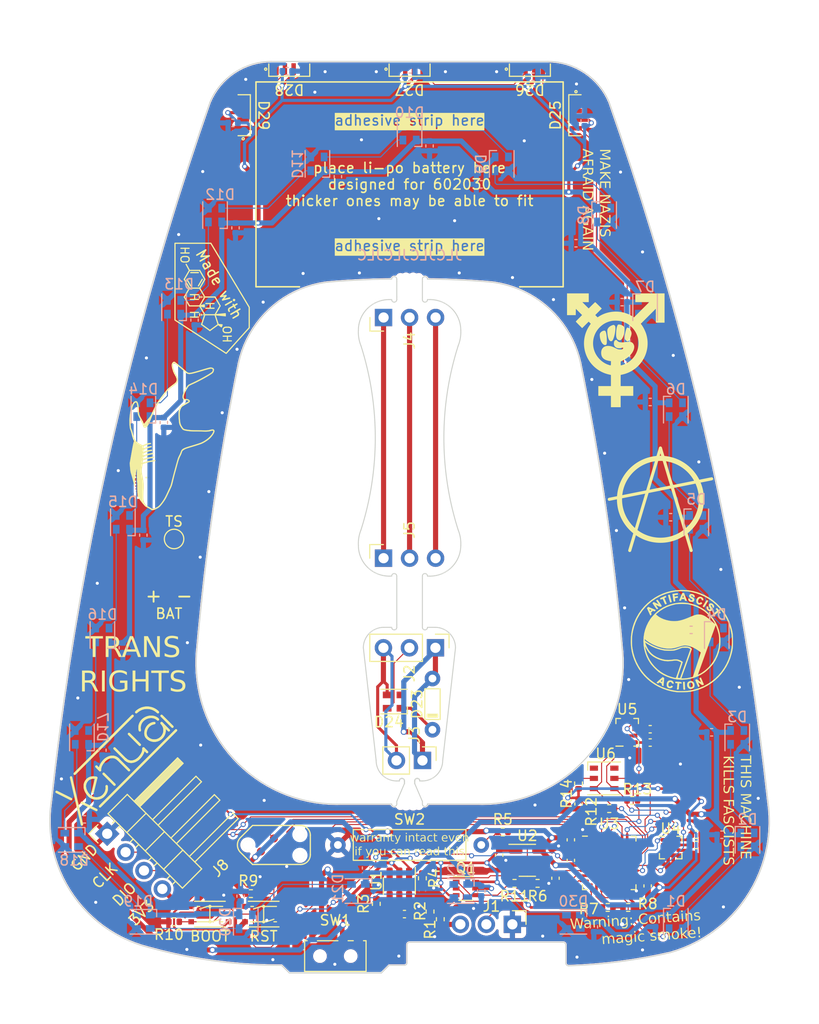
<source format=kicad_pcb>
(kicad_pcb (version 20221018) (generator pcbnew)

  (general
    (thickness 1.6)
  )

  (paper "A4")
  (layers
    (0 "F.Cu" signal)
    (31 "B.Cu" signal)
    (32 "B.Adhes" user "B.Adhesive")
    (33 "F.Adhes" user "F.Adhesive")
    (34 "B.Paste" user)
    (35 "F.Paste" user)
    (36 "B.SilkS" user "B.Silkscreen")
    (37 "F.SilkS" user "F.Silkscreen")
    (38 "B.Mask" user)
    (39 "F.Mask" user)
    (40 "Dwgs.User" user "User.Drawings")
    (41 "Cmts.User" user "User.Comments")
    (42 "Eco1.User" user "User.Eco1")
    (43 "Eco2.User" user "User.Eco2")
    (44 "Edge.Cuts" user)
    (45 "Margin" user)
    (46 "B.CrtYd" user "B.Courtyard")
    (47 "F.CrtYd" user "F.Courtyard")
    (48 "B.Fab" user)
    (49 "F.Fab" user)
    (50 "User.1" user)
    (51 "User.2" user)
    (52 "User.3" user)
    (53 "User.4" user)
    (54 "User.5" user)
    (55 "User.6" user)
    (56 "User.7" user)
    (57 "User.8" user)
    (58 "User.9" user)
  )

  (setup
    (pad_to_mask_clearance 0)
    (pcbplotparams
      (layerselection 0x00010fc_ffffffff)
      (plot_on_all_layers_selection 0x0000000_00000000)
      (disableapertmacros false)
      (usegerberextensions false)
      (usegerberattributes true)
      (usegerberadvancedattributes true)
      (creategerberjobfile true)
      (dashed_line_dash_ratio 12.000000)
      (dashed_line_gap_ratio 3.000000)
      (svgprecision 4)
      (plotframeref false)
      (viasonmask false)
      (mode 1)
      (useauxorigin false)
      (hpglpennumber 1)
      (hpglpenspeed 20)
      (hpglpendiameter 15.000000)
      (dxfpolygonmode true)
      (dxfimperialunits true)
      (dxfusepcbnewfont true)
      (psnegative false)
      (psa4output false)
      (plotreference true)
      (plotvalue true)
      (plotinvisibletext false)
      (sketchpadsonfab false)
      (subtractmaskfromsilk false)
      (outputformat 1)
      (mirror false)
      (drillshape 1)
      (scaleselection 1)
      (outputdirectory "")
    )
  )

  (net 0 "")
  (net 1 "+BATT")
  (net 2 "GND")
  (net 3 "VCC")
  (net 4 "Net-(U2-BP)")
  (net 5 "VBUS")
  (net 6 "+3V3")
  (net 7 "Net-(D1-DOUT)")
  (net 8 "/MAIN_LEDs")
  (net 9 "Net-(D2-DOUT)")
  (net 10 "Net-(D3-DOUT)")
  (net 11 "Net-(D4-DOUT)")
  (net 12 "Net-(D5-DOUT)")
  (net 13 "Net-(D6-DOUT)")
  (net 14 "Net-(D7-DOUT)")
  (net 15 "Net-(D8-DOUT)")
  (net 16 "Net-(D10-DIN)")
  (net 17 "Net-(D10-DOUT)")
  (net 18 "Net-(D11-DOUT)")
  (net 19 "Net-(D12-DOUT)")
  (net 20 "Net-(D13-DOUT)")
  (net 21 "Net-(D14-DOUT)")
  (net 22 "Net-(D15-DOUT)")
  (net 23 "Net-(D16-DOUT)")
  (net 24 "Net-(D17-DOUT)")
  (net 25 "Net-(D18-DOUT)")
  (net 26 "Net-(D19-DOUT)")
  (net 27 "Net-(D20-DOUT)")
  (net 28 "Net-(D21-DOUT)")
  (net 29 "Net-(D22-DOUT)")
  (net 30 "Net-(D23-K)")
  (net 31 "unconnected-(D24-DOUT-Pad2)")
  (net 32 "Net-(D24-DIN)")
  (net 33 "Net-(D25-DOUT)")
  (net 34 "/SIDE_LEDs")
  (net 35 "Net-(D26-DOUT)")
  (net 36 "Net-(D27-DOUT)")
  (net 37 "Net-(D28-DOUT)")
  (net 38 "unconnected-(D29-DOUT-Pad2)")
  (net 39 "/CHARGE_LED")
  (net 40 "Net-(J4-Pin_1)")
  (net 41 "Net-(J4-Pin_2)")
  (net 42 "Net-(J4-Pin_3)")
  (net 43 "/SWDIO")
  (net 44 "/~{RST}")
  (net 45 "/SWCLK")
  (net 46 "/SWO")
  (net 47 "/REED_SW")
  (net 48 "/LDO_EN")
  (net 49 "/VBUS_DET")
  (net 50 "Net-(U1-ISET)")
  (net 51 "Net-(U1-TS)")
  (net 52 "Net-(U2-EN)")
  (net 53 "/VBAT_SENSE")
  (net 54 "/BOOT0")
  (net 55 "/~{CHG}")
  (net 56 "unconnected-(U3-PC14-Pad2)")
  (net 57 "unconnected-(U3-PC15-Pad3)")
  (net 58 "Net-(D23-A)")
  (net 59 "Net-(D24-VSS)")
  (net 60 "unconnected-(U3-PA7-Pad13)")
  (net 61 "unconnected-(U3-PB0-Pad14)")
  (net 62 "unconnected-(U3-PB1-Pad15)")
  (net 63 "unconnected-(U3-PA8-Pad18)")
  (net 64 "unconnected-(U3-PA11-Pad21)")
  (net 65 "unconnected-(U3-PB4-Pad27)")
  (net 66 "unconnected-(U3-PB5-Pad28)")
  (net 67 "/INT2")
  (net 68 "/INT1")
  (net 69 "/SCL")
  (net 70 "/SDA")
  (net 71 "unconnected-(U3-PA6-Pad12)")
  (net 72 "unconnected-(D30-DOUT-Pad2)")
  (net 73 "unconnected-(U5-CSB-Pad2)")
  (net 74 "/INT")
  (net 75 "Net-(U6-VDD)")
  (net 76 "unconnected-(U6-NC-Pad1)")
  (net 77 "unconnected-(U6-NC-Pad6)")

  (footprint "xenua:Conn_Magnet_3p" (layer "F.Cu") (at 100 86 90))

  (footprint "Connector_PinHeader_2.54mm:PinHeader_1x03_P2.54mm_Vertical" (layer "F.Cu") (at 102.525 118.25 -90))

  (footprint "Resistor_SMD:R_0402_1005Metric" (layer "F.Cu") (at 110.25 141.25))

  (footprint "Resistor_SMD:R_0402_1005Metric" (layer "F.Cu") (at 77 145 180))

  (footprint "Connector_PinHeader_2.54mm:PinHeader_1x02_P2.54mm_Vertical" (layer "F.Cu") (at 101.26 129.25 -90))

  (footprint "xenua:TC2030" (layer "F.Cu") (at 86.75 137.5))

  (footprint "xenua:WS2812B_2040_Sideways" (layer "F.Cu") (at 116.25 66.25 90))

  (footprint "Resistor_SMD:R_0402_1005Metric" (layer "F.Cu") (at 116.5 131.5 90))

  (footprint "xenua:WS2812B_2040_Sideways" (layer "F.Cu") (at 83.75 66.25 -90))

  (footprint "xenua:sig-medium" (layer "F.Cu") (at 68 135.5 45))

  (footprint "Capacitor_SMD:C_0402_1005Metric" (layer "F.Cu") (at 123.25 141.5 -90))

  (footprint "Connector_PinHeader_2.54mm:PinHeader_1x04_P2.54mm_Horizontal" (layer "F.Cu") (at 70.469402 136.406587 45))

  (footprint "Resistor_SMD:R_0402_1005Metric" (layer "F.Cu") (at 119.5 133.95))

  (footprint "Resistor_SMD:R_0402_1005Metric" (layer "F.Cu") (at 109.1 136.225 180))

  (footprint "xenua:WS2812B_2040_Sideways" (layer "F.Cu") (at 100 61.75 180))

  (footprint "xenua:Bat_Leads" (layer "F.Cu") (at 76.5 111.5))

  (footprint "xenua:SW_MSK12C02-HB" (layer "F.Cu") (at 92.75 148.35))

  (footprint "Resistor_SMD:R_0402_1005Metric" (layer "F.Cu") (at 119.35 143.6))

  (footprint "xenua:Conn_Magnet_3p" (layer "F.Cu") (at 107.5 145.25 -90))

  (footprint "Capacitor_SMD:C_0402_1005Metric" (layer "F.Cu") (at 99.5 144.25 180))

  (footprint "Package_DFN_QFN:QFN-32-1EP_5x5mm_P0.5mm_EP3.45x3.45mm" (layer "F.Cu") (at 119.5 139.25))

  (footprint "Package_TO_SOT_SMD:SOT-23-5" (layer "F.Cu") (at 111.5 139))

  (footprint "Capacitor_SMD:C_0402_1005Metric" (layer "F.Cu") (at 115.75 139 90))

  (footprint "xenua:SW_Push_Alps_SKTCABE010" (layer "F.Cu") (at 85.75 144.25))

  (footprint "xenua:WS2812B_2040_Sideways" (layer "F.Cu") (at 88.25 61.75 180))

  (footprint "xenua:SW_Reed" (layer "F.Cu") (at 100 137.5))

  (footprint "Capacitor_SMD:C_0402_1005Metric" (layer "F.Cu") (at 123.5 126.2))

  (footprint "xenua:1N4148" (layer "F.Cu") (at 102.235 123.75 90))

  (footprint "xenua:amogus" (layer "F.Cu") (at 88.5 66.5 -45))

  (footprint "xenua:MadeWithEstrogen" (layer "F.Cu")
    (tstamp 6d7fe42f-b4a8-4841-8872-6543b4c9adc0)
    (at 80 84 -90)
    (attr smd board_only exclude_from_pos_files exclude_from_bom allow_missing_courtyard)
    (fp_text reference "REF**" (at 0 -4.84 -90 unlocked) (layer "F.SilkS") hide
        (effects (font (size 1 1) (thickness 0.15)))
      (tstamp d5e1b77a-09d1-49af-ad70-82c6f7d70440)
    )
    (fp_text value "MadeWithEstrogen" (at 0 3.91 -90 unlocked) (layer "F.Fab")
        (effects (font (size 1 1) (thickness 0.15)))
      (tstamp 5528ab30-a7d6-4004-a7db-d569e3b01675)
    )
    (fp_text user "Made with" (at -4.32 1.06 -60 unlocked) (layer "F.SilkS")
        (effects (font (size 1 1) (thickness 0.15)) (justify left bottom))
      (tstamp 14bfd6e3-01ee
... [1979223 chars truncated]
</source>
